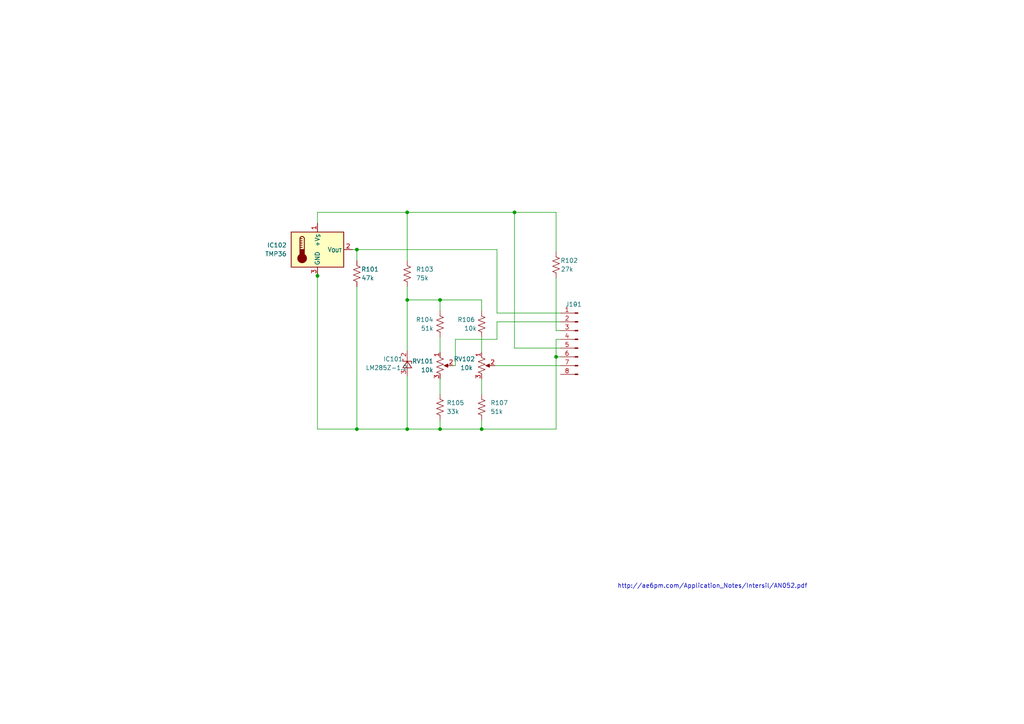
<source format=kicad_sch>
(kicad_sch (version 20230121) (generator eeschema)
  (paper "A4")
  (lib_symbols
    (symbol "Connector:Conn_01x08_Pin" (pin_names (offset 1.016) hide)
      (property "Reference" "J" (at 0 10.16 0))
      (property "Value" "Conn_01x08_Pin" (at 0 -12.7 0))
      (symbol "Conn_01x08_Pin_1_1"
        (polyline (pts (xy 1.27 -10.16) (xy 0.8636 -10.16)) (stroke (width 0.1524)))
        (polyline (pts (xy 1.27 -7.62) (xy 0.8636 -7.62)) (stroke (width 0.1524)))
        (polyline (pts (xy 1.27 -5.08) (xy 0.8636 -5.08)) (stroke (width 0.1524)))
        (polyline (pts (xy 1.27 -2.54) (xy 0.8636 -2.54)) (stroke (width 0.1524)))
        (polyline (pts (xy 1.27 0) (xy 0.8636 0)) (stroke (width 0.1524)))
        (polyline (pts (xy 1.27 2.54) (xy 0.8636 2.54)) (stroke (width 0.1524)))
        (polyline (pts (xy 1.27 5.08) (xy 0.8636 5.08)) (stroke (width 0.1524)))
        (polyline (pts (xy 1.27 7.62) (xy 0.8636 7.62)) (stroke (width 0.1524)))
        (rectangle (start 0.8636 -10.033) (end 0 -10.287) (stroke (width 0.1524)) (fill (type outline)))
        (rectangle (start 0.8636 -7.493) (end 0 -7.747) (stroke (width 0.1524)) (fill (type outline)))
        (rectangle (start 0.8636 -4.953) (end 0 -5.207) (stroke (width 0.1524)) (fill (type outline)))
        (rectangle (start 0.8636 -2.413) (end 0 -2.667) (stroke (width 0.1524)) (fill (type outline)))
        (rectangle (start 0.8636 0.127) (end 0 -0.127) (stroke (width 0.1524)) (fill (type outline)))
        (rectangle (start 0.8636 2.667) (end 0 2.413) (stroke (width 0.1524)) (fill (type outline)))
        (rectangle (start 0.8636 5.207) (end 0 4.953) (stroke (width 0.1524)) (fill (type outline)))
        (rectangle (start 0.8636 7.747) (end 0 7.493) (stroke (width 0.1524)) (fill (type outline)))
        (pin passive line (at 5.08 7.62 180) (length 3.81) (name "Pin_1") (number "1"))
        (pin passive line (at 5.08 5.08 180) (length 3.81) (name "Pin_2") (number "2"))
        (pin passive line (at 5.08 2.54 180) (length 3.81) (name "Pin_3") (number "3"))
        (pin passive line (at 5.08 0 180) (length 3.81) (name "Pin_4") (number "4"))
        (pin passive line (at 5.08 -2.54 180) (length 3.81) (name "Pin_5") (number "5"))
        (pin passive line (at 5.08 -5.08 180) (length 3.81) (name "Pin_6") (number "6"))
        (pin passive line (at 5.08 -7.62 180) (length 3.81) (name "Pin_7") (number "7"))
        (pin passive line (at 5.08 -10.16 180) (length 3.81) (name "Pin_8") (number "8"))
      )
    )
    (symbol "Device:R_Potentiometer_US" (pin_names (offset 1.016) hide)
      (property "Reference" "RV" (at -4.445 0 90))
      (property "Value" "R_Potentiometer_US" (at -2.54 0 90))
      (symbol "R_Potentiometer_US_0_1"
        (polyline (pts (xy 0 -2.286) (xy 0 -2.54)))
        (polyline (pts (xy 0 2.54) (xy 0 2.286)))
        (polyline (pts (xy 2.54 0) (xy 1.524 0)))
        (polyline (pts (xy 1.143 0) (xy 2.286 0.508) (xy 2.286 -0.508) (xy 1.143 0)) (fill (type outline)))
        (polyline (pts (xy 0 -0.762) (xy 1.016 -1.143) (xy 0 -1.524) (xy -1.016 -1.905) (xy 0 -2.286)))
        (polyline (pts (xy 0 0.762) (xy 1.016 0.381) (xy 0 0) (xy -1.016 -0.381) (xy 0 -0.762)))
        (polyline (pts (xy 0 2.286) (xy 1.016 1.905) (xy 0 1.524) (xy -1.016 1.143) (xy 0 0.762)))
      )
      (symbol "R_Potentiometer_US_1_1"
        (pin passive line (at 0 3.81 270) (length 1.27) (name "1") (number "1"))
        (pin passive line (at 3.81 0 180) (length 1.27) (name "2") (number "2"))
        (pin passive line (at 0 -3.81 90) (length 1.27) (name "3") (number "3"))
      )
    )
    (symbol "Device:R_US" (pin_numbers hide) (pin_names (offset 0))
      (property "Reference" "R" (at 2.54 0 90))
      (property "Value" "R_US" (at -2.54 0 90))
      (symbol "R_US_0_1"
        (polyline (pts (xy 0 -2.286) (xy 0 -2.54)))
        (polyline (pts (xy 0 2.286) (xy 0 2.54)))
        (polyline (pts (xy 0 -0.762) (xy 1.016 -1.143) (xy 0 -1.524) (xy -1.016 -1.905) (xy 0 -2.286)))
        (polyline (pts (xy 0 0.762) (xy 1.016 0.381) (xy 0 0) (xy -1.016 -0.381) (xy 0 -0.762)))
        (polyline (pts (xy 0 2.286) (xy 1.016 1.905) (xy 0 1.524) (xy -1.016 1.143) (xy 0 0.762)))
      )
      (symbol "R_US_1_1"
        (pin passive line (at 0 3.81 270) (length 1.27) (name "~") (number "1"))
        (pin passive line (at 0 -3.81 90) (length 1.27) (name "~") (number "2"))
      )
    )
    (symbol "Reference_Voltage:LM285Z-1.2" (pin_names (offset 0.0254) hide)
      (property "Reference" "U" (at 0 2.54 0))
      (property "Value" "LM285Z-1.2" (at 0 -3.175 0))
      (symbol "LM285Z-1.2_0_1"
        (polyline (pts (xy -1.27 0) (xy 0 0) (xy 1.27 0)))
        (polyline (pts (xy -1.27 -1.27) (xy 0.635 0) (xy -1.27 1.27) (xy -1.27 -1.27)) (stroke (width 0.2032)))
        (polyline (pts (xy 0 -1.27) (xy 0.635 -1.27) (xy 0.635 1.27) (xy 1.27 1.27)) (stroke (width 0.2032)))
      )
      (symbol "LM285Z-1.2_1_1"
        (pin passive line (at 3.81 0 180) (length 2.54) (name "K") (number "2"))
        (pin passive line (at -3.81 0 0) (length 2.54) (name "A") (number "3"))
      )
    )
    (symbol "Sensor_Temperature:LM35-LP"
      (property "Reference" "U" (at -6.35 6.35 0))
      (property "Value" "LM35-LP" (at 1.27 6.35 0))
      (symbol "LM35-LP_0_1"
        (rectangle (start -7.62 5.08) (end 7.62 -5.08) (stroke (width 0.254)) (fill (type background)))
        (circle (center -4.445 -2.54) (radius 1.27) (stroke (width 0.254)) (fill (type outline)))
        (rectangle (start -3.81 -1.905) (end -5.08 0) (stroke (width 0.254)) (fill (type outline)))
        (arc (start -3.81 3.175) (mid -4.445 3.8073) (end -5.08 3.175) (stroke (width 0.254)))
        (polyline (pts (xy -5.08 0.635) (xy -4.445 0.635)) (stroke (width 0.254)))
        (polyline (pts (xy -5.08 1.27) (xy -4.445 1.27)) (stroke (width 0.254)))
        (polyline (pts (xy -5.08 1.905) (xy -4.445 1.905)) (stroke (width 0.254)))
        (polyline (pts (xy -5.08 2.54) (xy -4.445 2.54)) (stroke (width 0.254)))
        (polyline (pts (xy -5.08 3.175) (xy -5.08 0)) (stroke (width 0.254)))
        (polyline (pts (xy -5.08 3.175) (xy -4.445 3.175)) (stroke (width 0.254)))
        (polyline (pts (xy -3.81 3.175) (xy -3.81 0)) (stroke (width 0.254)))
      )
      (symbol "LM35-LP_1_1"
        (pin power_in line (at 0 7.62 270) (length 2.54) (name "+V_{S}") (number "1"))
        (pin output line (at 10.16 0 180) (length 2.54) (name "V_{OUT}") (number "2"))
        (pin power_in line (at 0 -7.62 90) (length 2.54) (name "GND") (number "3"))
      )
    )
  )
  (junction (at 127.635 124.46))
  (junction (at 118.11 124.46))
  (junction (at 92.075 80.01))
  (junction (at 149.225 61.595))
  (junction (at 161.29 103.505))
  (junction (at 127.635 86.995))
  (junction (at 103.505 72.39))
  (junction (at 103.505 124.46))
  (junction (at 118.11 61.595))
  (junction (at 139.7 124.46))
  (junction (at 118.11 86.995))
  (wire (pts (xy 149.225 100.965) (xy 162.56 100.965)))
  (wire (pts (xy 118.11 109.22) (xy 118.11 124.46)))
  (wire (pts (xy 118.11 61.595) (xy 149.225 61.595)))
  (wire (pts (xy 127.635 124.46) (xy 139.7 124.46)))
  (wire (pts (xy 103.505 72.39) (xy 103.505 75.565)))
  (wire (pts (xy 149.225 61.595) (xy 149.225 100.965)))
  (wire (pts (xy 144.145 90.805) (xy 162.56 90.805)))
  (wire (pts (xy 139.7 109.855) (xy 139.7 114.3)))
  (wire (pts (xy 103.505 72.39) (xy 144.145 72.39)))
  (wire (pts (xy 132.08 98.425) (xy 144.145 98.425)))
  (wire (pts (xy 92.075 78.74) (xy 92.075 80.01)))
  (wire (pts (xy 161.29 103.505) (xy 161.29 124.46)))
  (wire (pts (xy 144.145 93.345) (xy 144.145 98.425)))
  (wire (pts (xy 92.075 61.595) (xy 92.075 64.77)))
  (wire (pts (xy 161.29 98.425) (xy 162.56 98.425)))
  (wire (pts (xy 139.7 124.46) (xy 161.29 124.46)))
  (wire (pts (xy 92.075 80.01) (xy 92.075 124.46)))
  (wire (pts (xy 161.29 98.425) (xy 161.29 103.505)))
  (wire (pts (xy 92.075 61.595) (xy 118.11 61.595)))
  (wire (pts (xy 161.29 103.505) (xy 162.56 103.505)))
  (wire (pts (xy 127.635 109.855) (xy 127.635 114.3)))
  (wire (pts (xy 118.11 124.46) (xy 127.635 124.46)))
  (wire (pts (xy 139.7 97.79) (xy 139.7 102.235)))
  (wire (pts (xy 127.635 86.995) (xy 139.7 86.995)))
  (wire (pts (xy 162.56 93.345) (xy 144.145 93.345)))
  (wire (pts (xy 161.29 80.645) (xy 161.29 95.885)))
  (wire (pts (xy 127.635 121.92) (xy 127.635 124.46)))
  (wire (pts (xy 103.505 124.46) (xy 118.11 124.46)))
  (wire (pts (xy 118.11 83.185) (xy 118.11 86.995)))
  (wire (pts (xy 139.7 121.92) (xy 139.7 124.46)))
  (wire (pts (xy 132.08 106.045) (xy 131.445 106.045)))
  (wire (pts (xy 149.225 61.595) (xy 161.29 61.595)))
  (wire (pts (xy 127.635 86.995) (xy 127.635 90.17)))
  (wire (pts (xy 118.11 61.595) (xy 118.11 75.565)))
  (wire (pts (xy 102.235 72.39) (xy 103.505 72.39)))
  (wire (pts (xy 132.08 98.425) (xy 132.08 106.045)))
  (wire (pts (xy 161.29 95.885) (xy 162.56 95.885)))
  (wire (pts (xy 92.075 124.46) (xy 103.505 124.46)))
  (wire (pts (xy 143.51 106.045) (xy 162.56 106.045)))
  (wire (pts (xy 103.505 83.185) (xy 103.505 124.46)))
  (wire (pts (xy 161.29 61.595) (xy 161.29 73.025)))
  (wire (pts (xy 118.11 86.995) (xy 127.635 86.995)))
  (wire (pts (xy 144.145 72.39) (xy 144.145 90.805)))
  (wire (pts (xy 139.7 90.17) (xy 139.7 86.995)))
  (wire (pts (xy 127.635 97.79) (xy 127.635 102.235)))
  (wire (pts (xy 118.11 86.995) (xy 118.11 101.6)))
  (text "http://ae6pm.com/Application_Notes/Intersil/AN052.pdf" (at 179.07 170.815 0) (effects (font (size 1.27 1.27)) (justify left bottom)))
  (symbol (lib_id "Device:R_US") (at 127.635 93.98 0) (unit 1)
    (property "Reference" "R104" (at 125.73 92.71 0) (effects (justify right)))
    (property "Value" "51k" (at 125.73 95.25 0) (effects (justify right)))
    (property "Footprint" "Resistor_THT:R_Axial_DIN0204_L3.6mm_D1.6mm_P7.62mm_Horizontal" (effects hide))
  )
  (symbol (lib_id "Device:R_Potentiometer_US") (at 139.7 106.045 0) (unit 1)
    (property "Reference" "RV102" (at 137.795 104.14 0) (effects (justify right)))
    (property "Value" "10k" (at 137.16 106.68 0) (effects (justify right)))
    (property "Footprint" "Potentiometer_THT:Potentiometer_Bourns_3266Y_Vertical" (effects hide))
  )
  (symbol (lib_id "Device:R_US") (at 118.11 79.375 0) (unit 1)
    (property "Reference" "R103" (at 120.65 78.105 0) (effects (justify left)))
    (property "Value" "75k" (at 120.65 80.645 0) (effects (justify left)))
    (property "Footprint" "Resistor_THT:R_Axial_DIN0204_L3.6mm_D1.6mm_P7.62mm_Horizontal" (effects hide))
  )
  (symbol (lib_id "Device:R_US") (at 103.505 79.375 180) (unit 1)
    (property "Reference" "R101" (at 107.315 78.105 0))
    (property "Value" "47k" (at 106.68 80.645 0))
    (property "Footprint" "Resistor_THT:R_Axial_DIN0204_L3.6mm_D1.6mm_P7.62mm_Horizontal" (effects hide))
  )
  (symbol (lib_id "Device:R_US") (at 161.29 76.835 0) (unit 1)
    (property "Reference" "R102" (at 165.1 75.565 0))
    (property "Value" "27k" (at 164.465 78.105 0))
    (property "Footprint" "Resistor_THT:R_Axial_DIN0204_L3.6mm_D1.6mm_P7.62mm_Horizontal" (effects hide))
  )
  (symbol (lib_id "Connector:Conn_01x08_Pin") (at 167.64 98.425 0) (mirror y) (unit 1)
    (property "Reference" "J101" (at 166.37 88.265 0))
    (property "Value" "~" (at 167.005 88.265 0))
    (property "Footprint" "Connector_PinHeader_2.54mm:PinHeader_1x08_P2.54mm_Vertical" (effects hide))
  )
  (symbol (lib_id "Device:R_US") (at 139.7 118.11 0) (unit 1)
    (property "Reference" "R107" (at 142.24 116.84 0) (effects (justify left)))
    (property "Value" "51k" (at 142.24 119.38 0) (effects (justify left)))
    (property "Footprint" "Resistor_THT:R_Axial_DIN0204_L3.6mm_D1.6mm_P7.62mm_Horizontal" (effects hide))
  )
  (symbol (lib_id "Sensor_Temperature:LM35-LP") (at 92.075 72.39 0) (unit 1)
    (property "Reference" "IC102" (at 83.185 71.12 0) (effects (justify right)))
    (property "Value" "TMP36" (at 83.185 73.66 0) (effects (justify right)))
    (property "Footprint" "Package_TO_SOT_THT:TO-92L_Inline_Wide" (effects hide))
    (property "Datasheet" "http://www.ti.com/lit/ds/symlink/lm35.pdf" (effects hide))
  )
  (symbol (lib_id "Device:R_Potentiometer_US") (at 127.635 106.045 0) (unit 1)
    (property "Reference" "RV101" (at 125.73 104.775 0) (effects (justify right)))
    (property "Value" "10k" (at 125.73 107.315 0) (effects (justify right)))
    (property "Footprint" "Potentiometer_THT:Potentiometer_Bourns_3266Y_Vertical" (effects hide))
  )
  (symbol (lib_id "Device:R_US") (at 139.7 93.98 0) (unit 1)
    (property "Reference" "R106" (at 137.795 92.71 0) (effects (justify right)))
    (property "Value" "10k" (at 134.62 95.25 0) (effects (justify left)))
    (property "Footprint" "Resistor_THT:R_Axial_DIN0204_L3.6mm_D1.6mm_P7.62mm_Horizontal" (effects hide))
  )
  (symbol (lib_id "Device:R_US") (at 127.635 118.11 0) (unit 1)
    (property "Reference" "R105" (at 129.54 116.84 0) (effects (justify left)))
    (property "Value" "33k" (at 129.54 119.38 0) (effects (justify left)))
    (property "Footprint" "Resistor_THT:R_Axial_DIN0204_L3.6mm_D1.6mm_P7.62mm_Horizontal" (effects hide))
  )
  (symbol (lib_id "Reference_Voltage:LM285Z-1.2") (at 118.11 105.41 90) (unit 1)
    (property "Reference" "IC101" (at 111.125 104.14 90) (effects (justify right)))
    (property "Value" "LM285Z-1.2" (at 106.045 106.68 90) (effects (justify right)))
    (property "Footprint" "Package_TO_SOT_THT:TO-92L_Inline_Wide" (effects hide))
    (property "Datasheet" "http://www.onsemi.com/pub_link/Collateral/LM285-D.PDF" (effects hide))
  )
)
</source>
